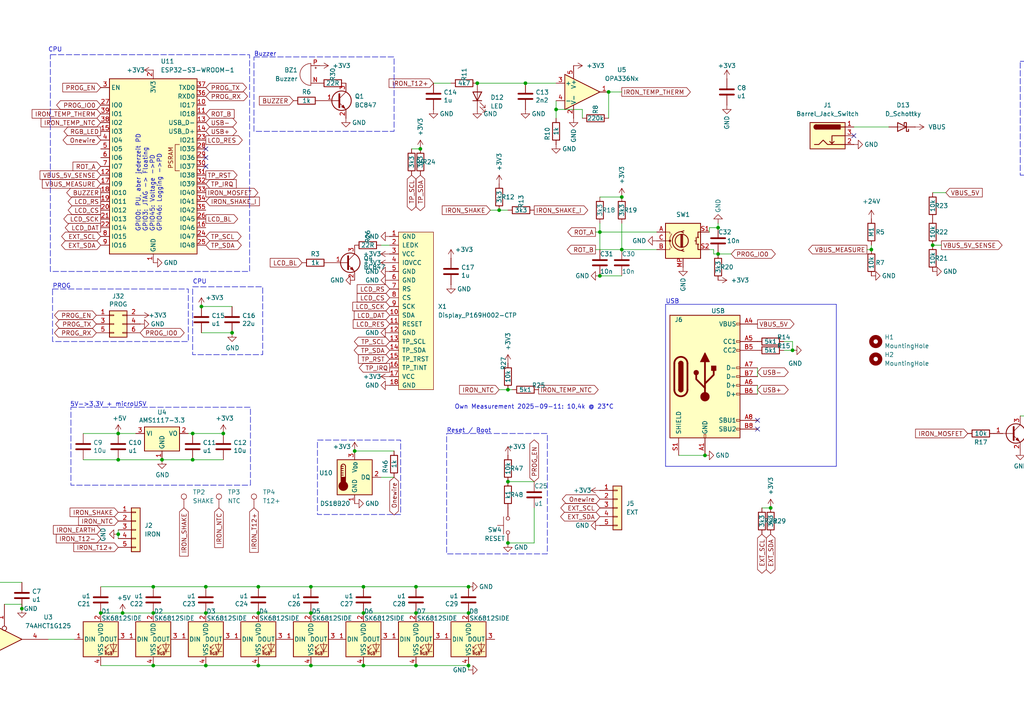
<source format=kicad_sch>
(kicad_sch (version 20250114) (generator "eeschema") (generator_version "9.0")
  (paper "A4")
  (rectangle (start 15.24 83.82) (end 54.61 99.06) (stroke (width 0) (type dash)))
  (rectangle (start 14.605 15.875) (end 72.39 78.74) (stroke (width 0) (type dash)))
  (rectangle (start 92.075 127.635) (end 116.205 149.225) (stroke (width 0) (type dash)))
  (rectangle (start 20.574 118.11) (end 72.644 140.716) (stroke (width 0) (type dash)))
  (rectangle (start 129.54 125.73) (end 158.75 160.655) (stroke (width 0) (type dash)))
  (rectangle (start 55.88 83.185) (end 76.2 102.87) (stroke (width 0) (type dash)))
  (rectangle (start 295.91 17.78) (end 398.78 50.8) (stroke (width 0) (type dash)))
  (rectangle (start 93.345 127.635) (end 93.345 127.635))
  (rectangle (start 73.66 16.51) (end 114.3 38.1) (stroke (width 0) (type dash)))
  (text "Own Measurement 2025-09-11: 10,4k @ 23°C" (at 154.94 118.11 0) (effects (font (size 1.27 1.27))))
  (text "CPU" (at 55.88 82.55 0) (effects (font (size 1.27 1.27)) (justify left bottom)))
  (text "5V->3,3V + microUSV" (at 20.32 118.11 0) (effects (font (size 1.27 1.27)) (justify left bottom)))
  (text "GPIO0: PU, aber jederzeit PD\nGPIO3: JTAG -> Floating\nGPIO45: Voltage ->PD\nGPIO46: Logging ->PD" (at 46.99 67.31 90) (effects (font (size 1.27 1.27)) (justify left bottom)))
  (text "CPU" (at 13.97 15.24 0) (effects (font (size 1.27 1.27)) (justify left bottom)))
  (text "PROG" (at 15.24 83.82 0) (effects (font (size 1.27 1.27)) (justify left bottom)))
  (text "Buzzer" (at 73.66 16.51 0) (effects (font (size 1.27 1.27)) (justify left bottom)))
  (text "USB" (at 193.04 88.265 0) (effects (font (size 1.27 1.27)) (justify left bottom)))
  (text "Reset / Boot" (at 129.54 125.73 0) (effects (font (size 1.27 1.27)) (justify left bottom)))
  (junction (at 44.45 170.18))
  (junction (at 180.34 72.39))
  (junction (at 372.11 25.4))
  (junction (at 135.89 177.8))
  (junction (at 34.29 133.35))
  (junction (at 144.78 60.96))
  (junction (at 417.83 86.36))
  (junction (at 229.87 101.6))
  (junction (at 34.29 125.73))
  (junction (at 223.52 147.32))
  (junction (at 330.2 125.73))
  (junction (at 59.69 170.18))
  (junction (at 105.41 193.04))
  (junction (at 59.69 177.8))
  (junction (at 135.89 193.04))
  (junction (at 320.04 128.27))
  (junction (at 417.83 81.28))
  (junction (at 90.17 177.8))
  (junction (at 35.56 177.8))
  (junction (at 320.04 120.65))
  (junction (at 173.99 80.01))
  (junction (at 320.04 102.87))
  (junction (at 64.77 125.73))
  (junction (at 307.34 27.94))
  (junction (at 46.99 133.35))
  (junction (at 372.11 48.26))
  (junction (at 102.87 130.81))
  (junction (at 147.32 139.7))
  (junction (at 74.93 177.8))
  (junction (at 417.83 68.58))
  (junction (at 402.59 106.68))
  (junction (at 360.68 33.02))
  (junction (at 330.2 102.87))
  (junction (at 270.51 71.12))
  (junction (at 44.45 177.8))
  (junction (at 382.27 25.4))
  (junction (at 59.69 193.04))
  (junction (at 120.65 193.04))
  (junction (at 58.42 88.9))
  (junction (at 161.29 31.75))
  (junction (at 6.35 176.53))
  (junction (at 74.93 193.04))
  (junction (at 34.29 154.94))
  (junction (at 67.31 96.52))
  (junction (at 252.73 72.39))
  (junction (at 152.4 24.13))
  (junction (at 121.92 43.18))
  (junction (at 29.21 177.8))
  (junction (at 368.3 48.26))
  (junction (at 307.34 40.64))
  (junction (at 332.74 125.73))
  (junction (at 302.26 27.94))
  (junction (at 368.3 25.4))
  (junction (at 74.93 170.18))
  (junction (at 325.12 40.64))
  (junction (at 90.17 170.18))
  (junction (at 427.99 68.58))
  (junction (at 176.53 26.67))
  (junction (at 208.28 73.66))
  (junction (at 320.04 111.76))
  (junction (at -3.81 168.91))
  (junction (at 347.98 25.4))
  (junction (at 373.38 25.4))
  (junction (at 90.17 193.04))
  (junction (at 105.41 177.8))
  (junction (at 180.34 57.15))
  (junction (at 55.88 133.35))
  (junction (at 55.88 125.73))
  (junction (at 44.45 193.04))
  (junction (at 173.99 67.31))
  (junction (at 360.68 25.4))
  (junction (at 105.41 170.18))
  (junction (at 147.32 157.48))
  (junction (at 138.43 24.13))
  (junction (at 368.3 33.02))
  (junction (at 135.89 170.18))
  (junction (at 147.32 113.03))
  (junction (at 120.65 177.8))
  (junction (at 120.65 170.18))
  (junction (at 204.47 132.08))
  (junction (at 208.28 66.04))
  (no_connect (at 314.96 33.02))
  (no_connect (at 219.71 121.92))
  (no_connect (at 450.85 81.28))
  (no_connect (at 59.69 43.18))
  (no_connect (at 59.69 48.26))
  (no_connect (at 59.69 45.72))
  (no_connect (at 417.83 99.06))
  (no_connect (at 417.83 96.52))
  (no_connect (at 219.71 124.46))
  (no_connect (at 247.65 39.37))
  (wire (pts (xy 74.93 170.18) (xy 90.17 170.18)))
  (wire (pts (xy 356.87 25.4) (xy 360.68 25.4)))
  (wire (pts (xy 307.34 27.94) (xy 307.34 26.67)))
  (wire (pts (xy 427.99 60.96) (xy 433.07 60.96)))
  (wire (pts (xy 138.43 24.13) (xy 152.4 24.13)))
  (wire (pts (xy 120.65 193.04) (xy 135.89 193.04)))
  (wire (pts (xy 176.53 26.67) (xy 176.53 34.29)))
  (wire (pts (xy 372.11 33.02) (xy 372.11 48.26)))
  (wire (pts (xy 382.27 33.02) (xy 382.27 48.26)))
  (wire (pts (xy 119.38 43.18) (xy 121.92 43.18)))
  (wire (pts (xy 58.42 96.52) (xy 67.31 96.52)))
  (wire (pts (xy 55.88 133.35) (xy 64.77 133.35)))
  (wire (pts (xy 135.89 193.04) (xy 135.89 194.31)))
  (wire (pts (xy 368.3 48.26) (xy 335.28 48.26)))
  (wire (pts (xy 420.37 81.28) (xy 420.37 86.36)))
  (wire (pts (xy 360.68 33.02) (xy 368.3 33.02)))
  (wire (pts (xy 24.13 125.73) (xy 34.29 125.73)))
  (wire (pts (xy 125.73 24.13) (xy 130.81 24.13)))
  (wire (pts (xy 34.29 133.35) (xy 46.99 133.35)))
  (polyline (pts (xy 193.04 88.265) (xy 242.57 88.265)))
  (wire (pts (xy 180.34 64.77) (xy 180.34 72.39)))
  (wire (pts (xy 154.94 139.7) (xy 147.32 139.7)))
  (wire (pts (xy 320.04 102.87) (xy 330.2 102.87)))
  (wire (pts (xy 173.99 64.77) (xy 173.99 67.31)))
  (wire (pts (xy 417.83 73.66) (xy 427.99 73.66)))
  (wire (pts (xy 368.3 25.4) (xy 372.11 25.4)))
  (wire (pts (xy 389.89 25.4) (xy 382.27 25.4)))
  (wire (pts (xy 229.87 99.06) (xy 229.87 101.6)))
  (wire (pts (xy 368.3 48.26) (xy 372.11 48.26)))
  (wire (pts (xy 173.99 80.01) (xy 180.34 80.01)))
  (wire (pts (xy 417.83 86.36) (xy 417.83 88.9)))
  (wire (pts (xy 332.74 125.73) (xy 335.28 125.73)))
  (wire (pts (xy 417.83 76.2) (xy 427.99 76.2)))
  (wire (pts (xy 147.32 157.48) (xy 154.94 157.48)))
  (wire (pts (xy 320.04 128.27) (xy 330.2 128.27)))
  (wire (pts (xy 302.26 40.64) (xy 307.34 40.64)))
  (wire (pts (xy 302.26 27.94) (xy 307.34 27.94)))
  (wire (pts (xy 229.87 101.6) (xy 227.33 101.6)))
  (wire (pts (xy 337.82 27.94) (xy 335.28 27.94)))
  (wire (pts (xy 270.51 71.12) (xy 273.05 71.12)))
  (wire (pts (xy 335.28 33.02) (xy 360.68 33.02)))
  (wire (pts (xy 105.41 170.18) (xy 120.65 170.18)))
  (wire (pts (xy 29.21 170.18) (xy 44.45 170.18)))
  (wire (pts (xy 44.45 170.18) (xy 59.69 170.18)))
  (wire (pts (xy 205.74 66.04) (xy 208.28 66.04)))
  (wire (pts (xy 59.69 177.8) (xy 74.93 177.8)))
  (wire (pts (xy 120.65 177.8) (xy 135.89 177.8)))
  (wire (pts (xy 295.91 120.65) (xy 320.04 120.65)))
  (wire (pts (xy 335.28 48.26) (xy 335.28 40.64)))
  (wire (pts (xy 142.24 60.96) (xy 144.78 60.96)))
  (wire (pts (xy 335.28 40.64) (xy 325.12 40.64)))
  (wire (pts (xy 307.34 27.94) (xy 314.96 27.94)))
  (wire (pts (xy 320.04 110.49) (xy 320.04 111.76)))
  (wire (pts (xy 29.21 193.04) (xy 44.45 193.04)))
  (wire (pts (xy 161.29 31.75) (xy 161.29 34.29)))
  (wire (pts (xy 173.99 67.31) (xy 173.99 72.39)))
  (wire (pts (xy 349.25 25.4) (xy 347.98 25.4)))
  (wire (pts (xy 74.93 177.8) (xy 90.17 177.8)))
  (wire (pts (xy 168.91 34.29) (xy 168.91 31.75)))
  (wire (pts (xy 307.34 116.84) (xy 307.34 111.76)))
  (wire (pts (xy 176.53 26.67) (xy 180.34 26.67)))
  (wire (pts (xy 337.82 20.32) (xy 347.98 20.32)))
  (wire (pts (xy 227.33 99.06) (xy 229.87 99.06)))
  (wire (pts (xy 90.17 170.18) (xy 105.41 170.18)))
  (wire (pts (xy 402.59 109.22) (xy 402.59 106.68)))
  (wire (pts (xy 325.12 40.64) (xy 325.12 44.45)))
  (wire (pts (xy 251.46 72.39) (xy 252.73 72.39)))
  (wire (pts (xy 394.97 106.68) (xy 402.59 106.68)))
  (wire (pts (xy 120.65 170.18) (xy 135.89 170.18)))
  (wire (pts (xy 347.98 25.4) (xy 347.98 30.48)))
  (wire (pts (xy 335.28 30.48) (xy 347.98 30.48)))
  (wire (pts (xy 372.11 25.4) (xy 373.38 25.4)))
  (wire (pts (xy 34.29 153.67) (xy 34.29 154.94)))
  (wire (pts (xy 247.65 36.83) (xy 257.81 36.83)))
  (wire (pts (xy 59.69 193.04) (xy 74.93 193.04)))
  (wire (pts (xy 208.28 64.77) (xy 208.28 66.04)))
  (wire (pts (xy 196.85 132.08) (xy 204.47 132.08)))
  (wire (pts (xy 307.34 29.21) (xy 307.34 27.94)))
  (polyline (pts (xy 193.04 88.265) (xy 193.04 135.255)))
  (wire (pts (xy 417.83 86.36) (xy 420.37 86.36)))
  (wire (pts (xy 59.69 170.18) (xy 74.93 170.18)))
  (wire (pts (xy 417.83 78.74) (xy 417.83 81.28)))
  (wire (pts (xy 307.34 128.27) (xy 320.04 128.27)))
  (wire (pts (xy 24.13 133.35) (xy 34.29 133.35)))
  (wire (pts (xy 270.51 55.88) (xy 274.32 55.88)))
  (wire (pts (xy 1.27 175.26) (xy 6.35 175.26)))
  (wire (pts (xy 330.2 125.73) (xy 332.74 125.73)))
  (wire (pts (xy 417.83 60.96) (xy 417.83 68.58)))
  (wire (pts (xy 208.28 73.66) (xy 212.09 73.66)))
  (wire (pts (xy 6.35 175.26) (xy 6.35 176.53)))
  (wire (pts (xy 360.68 25.4) (xy 368.3 25.4)))
  (wire (pts (xy 74.93 193.04) (xy 90.17 193.04)))
  (wire (pts (xy 322.58 120.65) (xy 320.04 120.65)))
  (wire (pts (xy 307.34 124.46) (xy 307.34 128.27)))
  (wire (pts (xy 252.73 71.12) (xy 252.73 72.39)))
  (wire (pts (xy 347.98 20.32) (xy 347.98 25.4)))
  (wire (pts (xy 154.94 157.48) (xy 154.94 147.32)))
  (wire (pts (xy 302.26 29.21) (xy 302.26 27.94)))
  (wire (pts (xy 34.29 154.94) (xy 34.29 156.21)))
  (wire (pts (xy 307.34 40.64) (xy 325.12 40.64)))
  (wire (pts (xy 205.74 72.39) (xy 207.01 72.39)))
  (wire (pts (xy 13.97 185.42) (xy 21.59 185.42)))
  (wire (pts (xy 207.01 73.66) (xy 208.28 73.66)))
  (wire (pts (xy 102.87 130.81) (xy 114.3 130.81)))
  (wire (pts (xy 105.41 193.04) (xy 120.65 193.04)))
  (wire (pts (xy 46.99 133.35) (xy 55.88 133.35)))
  (wire (pts (xy 152.4 24.13) (xy 161.29 24.13)))
  (wire (pts (xy 173.99 57.15) (xy 180.34 57.15)))
  (wire (pts (xy 302.26 36.83) (xy 302.26 40.64)))
  (wire (pts (xy 54.61 125.73) (xy 55.88 125.73)))
  (wire (pts (xy 172.72 72.39) (xy 180.34 72.39)))
  (wire (pts (xy 373.38 25.4) (xy 382.27 25.4)))
  (wire (pts (xy 172.72 67.31) (xy 173.99 67.31)))
  (wire (pts (xy 144.78 60.96) (xy 147.32 60.96)))
  (wire (pts (xy 190.5 67.31) (xy 173.99 67.31)))
  (wire (pts (xy 29.21 177.8) (xy 35.56 177.8)))
  (wire (pts (xy 417.83 81.28) (xy 417.83 83.82)))
  (wire (pts (xy 90.17 177.8) (xy 105.41 177.8)))
  (wire (pts (xy 330.2 102.87) (xy 330.2 115.57)))
  (wire (pts (xy 382.27 48.26) (xy 372.11 48.26)))
  (polyline (pts (xy 242.57 88.265) (xy 242.57 135.255)))
  (wire (pts (xy 35.56 177.8) (xy 44.45 177.8)))
  (wire (pts (xy 161.29 29.21) (xy 161.29 31.75)))
  (wire (pts (xy 144.78 113.03) (xy 147.32 113.03)))
  (wire (pts (xy 330.2 125.73) (xy 330.2 128.27)))
  (wire (pts (xy 205.74 66.04) (xy 205.74 67.31)))
  (wire (pts (xy 427.99 81.28) (xy 420.37 81.28)))
  (wire (pts (xy -3.81 168.91) (xy -3.81 175.26)))
  (wire (pts (xy 307.34 36.83) (xy 307.34 40.64)))
  (wire (pts (xy 219.71 111.76) (xy 219.71 114.3)))
  (wire (pts (xy 320.04 111.76) (xy 320.04 113.03)))
  (wire (pts (xy 161.29 31.75) (xy 168.91 31.75)))
  (wire (pts (xy 105.41 177.8) (xy 120.65 177.8)))
  (wire (pts (xy 44.45 177.8) (xy 59.69 177.8)))
  (wire (pts (xy 110.49 138.43) (xy 114.3 138.43)))
  (wire (pts (xy 90.17 193.04) (xy 105.41 193.04)))
  (wire (pts (xy 220.98 147.32) (xy 223.52 147.32)))
  (wire (pts (xy 325.12 40.64) (xy 325.12 38.1)))
  (wire (pts (xy 58.42 88.9) (xy 67.31 88.9)))
  (wire (pts (xy 110.49 71.12) (xy 113.03 71.12)))
  (wire (pts (xy 427.99 78.74) (xy 417.83 78.74)))
  (polyline (pts (xy 242.57 135.255) (xy 193.04 135.255)))
  (wire (pts (xy 6.35 168.91) (xy -3.81 168.91)))
  (wire (pts (xy 427.99 83.82) (xy 427.99 86.36)))
  (wire (pts (xy 307.34 111.76) (xy 320.04 111.76)))
  (wire (pts (xy 219.71 106.68) (xy 219.71 109.22)))
  (wire (pts (xy 180.34 72.39) (xy 190.5 72.39)))
  (wire (pts (xy 44.45 193.04) (xy 59.69 193.04)))
  (wire (pts (xy 39.37 125.73) (xy 34.29 125.73)))
  (wire (pts (xy 427.99 68.58) (xy 427.99 71.12)))
  (wire (pts (xy 147.32 113.03) (xy 148.59 113.03)))
  (wire (pts (xy 417.83 68.58) (xy 427.99 68.58)))
  (wire (pts (xy 207.01 72.39) (xy 207.01 73.66)))
  (wire (pts (xy 55.88 125.73) (xy 64.77 125.73)))
  (label "PSU_SW" (at 341.63 30.48 0))
  (label "FB" (at 336.55 33.02 0))
  (label "BOOT" (at 335.28 27.94 0))
  (global_label "TP_SDA" (shape bidirectional) (at 59.69 71.12 0) (property "Intersheetrefs" "${INTERSHEET_REFS}" (effects (hide yes))))
  (global_label "TP_SDA" (shape bidirectional) (at 450.85 68.58 0) (property "Intersheetrefs" "${INTERSHEET_REFS}" (effects (hide yes))))
  (global_label "Onewire" (shape bidirectional) (at 114.3 138.43 270) (property "Intersheetrefs" "${INTERSHEET_REFS}" (effects (hide yes))))
  (global_label "USB+" (shape bidirectional) (at 219.71 113.03 0) (property "Intersheetrefs" "${INTERSHEET_REFS}" (effects (hide yes))))
  (global_label "TP_SCL" (shape bidirectional) (at 59.69 68.58 0) (property "Intersheetrefs" "${INTERSHEET_REFS}" (effects (hide yes))))
  (global_label "IRON_T12+" (shape input) (at 34.29 158.75 180) (property "Intersheetrefs" "${INTERSHEET_REFS}" (effects (hide yes))))
  (global_label "IRON_NTC" (shape input) (at 144.78 113.03 180) (property "Intersheetrefs" "${INTERSHEET_REFS}" (effects (hide yes))))
  (global_label "LCD_DAT" (shape output) (at 29.21 66.04 180) (property "Intersheetrefs" "${INTERSHEET_REFS}" (effects (hide yes))))
  (global_label "PROG_IO0" (shape bidirectional) (at 29.21 30.48 180) (property "Intersheetrefs" "${INTERSHEET_REFS}" (effects (hide yes))))
  (global_label "IRON_NTC" (shape input) (at 34.29 151.13 180) (property "Intersheetrefs" "${INTERSHEET_REFS}" (effects (hide yes))))
  (global_label "TP_SDA" (shape bidirectional) (at 121.92 50.8 270) (property "Intersheetrefs" "${INTERSHEET_REFS}" (effects (hide yes))))
  (global_label "ROT_B" (shape input) (at 59.69 33.02 0) (property "Intersheetrefs" "${INTERSHEET_REFS}" (effects (hide yes))))
  (global_label "PROG_IO0" (shape bidirectional) (at 40.64 96.52 0) (property "Intersheetrefs" "${INTERSHEET_REFS}" (effects (hide yes))))
  (global_label "PROG_TX" (shape bidirectional) (at 27.94 93.98 180) (property "Intersheetrefs" "${INTERSHEET_REFS}" (effects (hide yes))))
  (global_label "EXT_SCL" (shape bidirectional) (at 29.21 68.58 180) (property "Intersheetrefs" "${INTERSHEET_REFS}" (effects (hide yes))))
  (global_label "TP_SCL" (shape bidirectional) (at 119.38 50.8 270) (property "Intersheetrefs" "${INTERSHEET_REFS}" (effects (hide yes))))
  (global_label "IRON_SHAKE_I" (shape output) (at 154.94 60.96 0) (property "Intersheetrefs" "${INTERSHEET_REFS}" (effects (hide yes))))
  (global_label "LCD_BL" (shape output) (at 59.69 63.5 0) (property "Intersheetrefs" "${INTERSHEET_REFS}" (effects (hide yes))))
  (global_label "LCD_RS" (shape input) (at 113.03 83.82 180) (property "Intersheetrefs" "${INTERSHEET_REFS}" (effects (hide yes))))
  (global_label "LCD_RS" (shape output) (at 29.21 58.42 180) (property "Intersheetrefs" "${INTERSHEET_REFS}" (effects (hide yes))))
  (global_label "IRON_SHAKE" (shape input) (at 142.24 60.96 180) (property "Intersheetrefs" "${INTERSHEET_REFS}" (effects (hide yes))))
  (global_label "TP_SDA" (shape bidirectional) (at 113.03 101.6 180) (property "Intersheetrefs" "${INTERSHEET_REFS}" (effects (hide yes))))
  (global_label "USB-" (shape bidirectional) (at 219.71 107.95 0) (property "Intersheetrefs" "${INTERSHEET_REFS}" (effects (hide yes))))
  (global_label "Onewire" (shape bidirectional) (at 29.21 40.64 180) (property "Intersheetrefs" "${INTERSHEET_REFS}" (effects (hide yes))))
  (global_label "Onewire" (shape bidirectional) (at 173.99 144.78 180) (property "Intersheetrefs" "${INTERSHEET_REFS}" (effects (hide yes))))
  (global_label "TP_IRQ" (shape input) (at 59.69 53.34 0) (property "Intersheetrefs" "${INTERSHEET_REFS}" (effects (hide yes))))
  (global_label "PROG_EN" (shape bidirectional) (at 27.94 91.44 180) (property "Intersheetrefs" "${INTERSHEET_REFS}" (effects (hide yes))))
  (global_label "USB+" (shape bidirectional) (at 59.69 38.1 0) (property "Intersheetrefs" "${INTERSHEET_REFS}" (effects (hide yes))))
  (global_label "RGB_LED" (shape input) (at -13.97 185.42 180) (property "Intersheetrefs" "${INTERSHEET_REFS}" (effects (hide yes))))
  (global_label "LCD_RES" (shape input) (at 113.03 93.98 180) (property "Intersheetrefs" "${INTERSHEET_REFS}" (effects (hide yes))))
  (global_label "EXT_SCL" (shape bidirectional) (at 220.98 154.94 270) (property "Intersheetrefs" "${INTERSHEET_REFS}" (effects (hide yes))))
  (global_label "VBUS_MEASURE" (shape input) (at 29.21 53.34 180) (property "Intersheetrefs" "${INTERSHEET_REFS}" (effects (hide yes))))
  (global_label "USB-" (shape bidirectional) (at 59.69 35.56 0) (property "Intersheetrefs" "${INTERSHEET_REFS}" (effects (hide yes))))
  (global_label "LCD_SCK" (shape output) (at 29.21 63.5 180) (property "Intersheetrefs" "${INTERSHEET_REFS}" (effects (hide yes))))
  (global_label "IRON_T12+" (shape input) (at 73.66 147.32 270) (property "Intersheetrefs" "${INTERSHEET_REFS}" (effects (hide yes))))
  (global_label "IRON_T12-" (shape input) (at 29.21 156.21 180) (property "Intersheetrefs" "${INTERSHEET_REFS}" (effects (hide yes))))
  (global_label "LCD_CS" (shape input) (at 113.03 86.36 180) (property "Intersheetrefs" "${INTERSHEET_REFS}" (effects (hide yes))))
  (global_label "IRON_SHAKE" (shape input) (at 53.34 147.32 270) (property "Intersheetrefs" "${INTERSHEET_REFS}" (effects (hide yes))))
  (global_label "PROG_TX" (shape bidirectional) (at 59.69 25.4 0) (property "Intersheetrefs" "${INTERSHEET_REFS}" (effects (hide yes))))
  (global_label "ROT_A" (shape input) (at 29.21 48.26 180) (property "Intersheetrefs" "${INTERSHEET_REFS}" (effects (hide yes))))
  (global_label "EXT_SDA" (shape bidirectional) (at 173.99 149.86 180) (property "Intersheetrefs" "${INTERSHEET_REFS}" (effects (hide yes))))
  (global_label "EXT_SDA" (shape bidirectional) (at 29.21 71.12 180) (property "Intersheetrefs" "${INTERSHEET_REFS}" (effects (hide yes))))
  (global_label "PROG_EN" (shape bidirectional) (at 154.94 139.7 90) (property "Intersheetrefs" "${INTERSHEET_REFS}" (effects (hide yes))))
  (global_label "PROG_EN" (shape input) (at 29.21 25.4 180) (property "Intersheetrefs" "${INTERSHEET_REFS}" (effects (hide yes))))
  (global_label "LCD_BL" (shape input) (at 87.63 76.2 180) (property "Intersheetrefs" "${INTERSHEET_REFS}" (effects (hide yes))))
  (global_label "IRON_SHAKE_I" (shape input) (at 59.69 58.42 0) (property "Intersheetrefs" "${INTERSHEET_REFS}" (effects (hide yes))))
  (global_label "IRON_MOSFET" (shape input) (at 280.67 125.73 180) (property "Intersheetrefs" "${INTERSHEET_REFS}" (effects (hide yes))))
  (global_label "VBUS_5V_SENSE" (shape input) (at 29.21 50.8 180) (property "Intersheetrefs" "${INTERSHEET_REFS}" (effects (hide yes))))
  (global_label "LCD_CS" (shape output) (at 29.21 60.96 180) (property "Intersheetrefs" "${INTERSHEET_REFS}" (effects (hide yes))))
  (global_label "IRON_TEMP_NTC" (shape output) (at 156.21 113.03 0) (property "Intersheetrefs" "${INTERSHEET_REFS}" (effects (hide yes))))
  (global_label "IRON_TEMP_NTC" (shape input) (at 29.21 35.56 180) (property "Intersheetrefs" "${INTERSHEET_REFS}" (effects (hide yes))))
  (global_label "IRON_T12+" (shape input) (at 125.73 24.13 180) (property "Intersheetrefs" "${INTERSHEET_REFS}" (effects (hide yes))))
  (global_label "IRON_TEMP_THERM" (shape input) (at 29.21 33.02 180) (property "Intersheetrefs" "${INTERSHEET_REFS}" (effects (hide yes))))
  (global_label "TP_RST" (shape output) (at 59.69 50.8 0) (property "Intersheetrefs" "${INTERSHEET_REFS}" (effects (hide yes))))
  (global_label "IRON_NTC" (shape input) (at 63.5 147.32 270) (property "Intersheetrefs" "${INTERSHEET_REFS}" (effects (hide yes))))
  (global_label "IRON_TEMP_THERM" (shape output) (at 180.34 26.67 0) (property "Intersheetrefs" "${INTERSHEET_REFS}" (effects (hide yes))))
  (global_label "ROT_A" (shape output) (at 172.72 67.31 180) (property "Intersheetrefs" "${INTERSHEET_REFS}" (effects (hide yes))))
  (global_label "VBUS_MEASURE" (shape output) (at 251.46 72.39 180) (property "Intersheetrefs" "${INTERSHEET_REFS}" (effects (hide yes))))
  (global_label "TP_IRQ" (shape output) (at 113.03 106.68 180) (property "Intersheetrefs" "${INTERSHEET_REFS}" (effects (hide yes))))
  (global_label "LCD_RES" (shape output) (at 59.69 40.64 0) (property "Intersheetrefs" "${INTERSHEET_REFS}" (effects (hide yes))))
  (global_label "TP_RST" (shape input) (at 113.03 104.14 180) (property "Intersheetrefs" "${INTERSHEET_REFS}" (effects (hide yes))))
  (global_label "IRON_SHAKE" (shape input) (at 34.29 148.59 180) (property "Intersheetrefs" "${INTERSHEET_REFS}" (effects (hide yes))))
  (global_label "PROG_RX" (shape bidirectional) (at 59.69 27.94 0) (property "Intersheetrefs" "${INTERSHEET_REFS}" (effects (hide yes))))
  (global_label "TP_SCL" (shape bidirectional) (at 113.03 99.06 180) (property "Intersheetrefs" "${INTERSHEET_REFS}" (effects (hide yes))))
  (global_label "RGB_LED" (shape output) (at 29.21 38.1 180) (property "Intersheetrefs" "${INTERSHEET_REFS}" (effects (hide yes))))
  (global_label "BUZZER" (shape input) (at 85.09 29.21 180) (property "Intersheetrefs" "${INTERSHEET_REFS}" (effects (hide yes))))
  (global_label "PROG_RX" (shape bidirectional) (at 27.94 96.52 180) (property "Intersheetrefs" "${INTERSHEET_REFS}" (effects (hide yes))))
  (global_label "PROG_IO0" (shape bidirectional) (at 212.09 73.66 0) (property "Intersheetrefs" "${INTERSHEET_REFS}" (effects (hide yes))))
  (global_label "LCD_DAT" (shape input) (at 113.03 91.44 180) (property "Intersheetrefs" "${INTERSHEET_REFS}" (effects (hide yes))))
  (global_label "IRON_EARTH" (shape input) (at 29.21 153.67 180) (property "Intersheetrefs" "${INTERSHEET_REFS}" (effects (hide yes))))
  (global_label "ROT_B" (shape output) (at 172.72 72.39 180) (property "Intersheetrefs" "${INTERSHEET_REFS}" (effects (hide yes))))
  (global_label "VBUS_5V" (shape output) (at 219.71 93.98 0) (property "Intersheetrefs" "${INTERSHEET_REFS}" (effects (hide yes))))
  (global_label "IRON_MOSFET" (shape output) (at 59.69 55.88 0) (property "Intersheetrefs" "${INTERSHEET_REFS}" (effects (hide yes))))
  (global_label "IRON_T12+" (shape input) (at 330.2 128.27 0) (property "Intersheetrefs" "${INTERSHEET_REFS}" (effects (hide yes))))
  (global_label "LCD_SCK" (shape input) (at 113.03 88.9 180) (property "Intersheetrefs" "${INTERSHEET_REFS}" (effects (hide yes))))
  (global_label "VBUS_5V_SENSE" (shape output) (at 273.05 71.12 0) (property "Intersheetrefs" "${INTERSHEET_REFS}" (effects (hide yes))))
  (global_label "BUZZER" (shape output) (at 29.21 55.88 180) (property "Intersheetrefs" "${INTERSHEET_REFS}" (effects (hide yes))))
  (global_label "EXT_SCL" (shape bidirectional) (at 173.99 147.32 180) (property "Intersheetrefs" "${INTERSHEET_REFS}" (effects (hide yes))))
  (global_label "TP_SCL" (shape bidirectional) (at 450.85 71.12 0) (property "Intersheetrefs" "${INTERSHEET_REFS}" (effects (hide yes))))
  (global_label "EXT_SDA" (shape bidirectional) (at 223.52 154.94 270) (property "Intersheetrefs" "${INTERSHEET_REFS}" (effects (hide yes))))
  (global_label "VBUS_5V" (shape input) (at 274.32 55.88 0) (property "Intersheetrefs" "${INTERSHEET_REFS}" (effects (hide yes))))
  (symbol (lib_id "power:+3V3") (at 64.77 125.73 0) (unit 1)
    (property "Reference" "#PWR014" (effects (hide yes)))
    (property "Value" "+3V3" (at 65.151 121.3358 0))
    (property "Description" "Power symbol creates a global label with name \"+3V3\"" (effects (hide yes)))
  )
  (symbol (lib_id "power:GND") (at 46.99 133.35 0) (unit 1)
    (property "Reference" "#PWR013" (effects (hide yes)))
    (property "Value" "GND" (at 47.117 137.7442 0))
    (property "Description" "Power symbol creates a global label with name \"GND\" , ground" (effects (hide yes)))
  )
  (symbol (lib_id "power:+5V") (at 34.29 125.73 0) (unit 1)
    (property "Reference" "#PWR012" (effects (hide yes)))
    (property "Value" "+5V" (at 34.671 121.3358 0))
    (property "Description" "Power symbol creates a global label with name \"+5V\"" (effects (hide yes)))
  )
  (symbol (lib_id "Regulator_Linear:AMS1117-3.3") (at 46.99 125.73 0) (unit 1)
    (property "Reference" "U4" (at 46.99 119.5832 0))
    (property "Value" "AMS1117-3.3" (at 46.99 121.8946 0))
    (property "Footprint" "liebler_SEMICONDUCTORS:SOT-223-3_TabPin2_HANDSOLDER" (effects (hide yes)))
    (property "Datasheet" "http://www.advanced-monolithic.com/pdf/ds1117.pdf" (effects (hide yes)))
    (property "Description" "1A Low Dropout regulator, positive, 3.3V fixed output, SOT-223" (effects (hide yes)))
  )
  (symbol (lib_id "Device:R") (at 161.29 38.1 180) (unit 1)
    (property "Reference" "R10" (at 158.75 36.83 90) (effects (justify left)))
    (property "Value" "1k" (at 161.29 36.83 90) (effects (justify left)))
    (property "Footprint" "Resistor_SMD:R_0201_0603Metric" (effects (hide yes)))
  )
  (symbol (lib_id "Switch:SW_Push") (at 147.32 152.4 90) (mirror x) (unit 1)
    (property "Reference" "SW4" (at 143.51 153.67 90))
    (property "Value" "RESET" (at 143.51 156.21 90))
    (property "Footprint" "liebler_MECH:Button_2x4x3,5_handsolder" (effects (hide yes)))
  )
  (symbol (lib_id "power:VBUS") (at 417.83 53.34 0) (unit 1)
    (property "Reference" "#PWR01" (effects (hide yes)))
    (property "Value" "VBUS" (at 417.83 48.26 0))
    (property "Description" "Power symbol creates a global label with name \"VBUS\"" (effects (hide yes)))
  )
  (symbol (lib_id "power:GND") (at 67.31 96.52 0) (unit 1)
    (property "Reference" "#PWR06" (effects (hide yes)))
    (property "Value" "GND" (at 67.437 100.9142 0))
    (property "Description" "Power symbol creates a global label with name \"GND\" , ground" (effects (hide yes)))
  )
  (symbol (lib_id "Device:R") (at 450.85 102.87 180) (unit 1)
    (property "Reference" "R33" (at 449.072 104.0384 0) (effects (justify left)))
    (property "Value" "10k" (at 450.85 100.33 90) (effects (justify left)))
    (property "Footprint" "Resistor_SMD:R_0201_0603Metric" (effects (hide yes)))
    (property "MPN" "0201WMF1002TEE" (effects (hide yes)))
    (property "Manufacturer" "UNI-ROYAL(Uniroyal Elec)" (effects (hide yes)))
  )
  (symbol (lib_id "Mechanical:MountingHole") (at 254 104.14 0) (unit 1) (in_bom no)
    (property "Reference" "H2" (at 256.54 102.8699 0) (effects (justify left)))
    (property "Value" "MountingHole" (at 256.54 105.4099 0) (effects (justify left)))
    (property "Footprint" "MountingHole:MountingHole_3.2mm_M3" (effects (hide yes)))
    (property "Description" "Mounting Hole without connection" (effects (hide yes)))
  )
  (symbol (lib_id "Device:C") (at 6.35 172.72 0) (unit 1)
    (property "Reference" "C7" (at 9.271 171.5516 0) (effects (justify left)))
    (property "Value" "u1" (at 9.271 173.863 0) (effects (justify left)))
    (property "Footprint" "Capacitor_SMD:C_0201_0603Metric" (effects (hide yes)))
  )
  (symbol (lib_id "power:+24V") (at 302.26 27.94 0) (unit 1)
    (property "Reference" "#PWR062" (effects (hide yes)))
    (property "Value" "+24V" (at 302.26 22.86 0))
    (property "Description" "Power symbol creates a global label with name \"+24V\"" (effects (hide yes)))
  )
  (symbol (lib_id "Device:R") (at 220.98 151.13 180) (unit 1)
    (property "Reference" "R28" (at 223.52 151.13 0))
    (property "Value" "3k3" (at 220.98 151.13 90))
    (property "Footprint" "Resistor_SMD:R_0201_0603Metric" (effects (hide yes)))
  )
  (symbol (lib_id "power:+3V3") (at 113.03 76.2 90) (unit 1)
    (property "Reference" "#PWR047" (effects (hide yes)))
    (property "Value" "+3V3" (at 107.95 76.2 90))
  )
  (symbol (lib_id "Device:C") (at 180.34 76.2 0) (unit 1)
    (property "Reference" "C30" (at 180.34 73.66 0) (effects (justify left)))
    (property "Value" "10n" (at 180.34 78.74 0) (effects (justify left)))
    (property "Footprint" "Capacitor_SMD:C_0201_0603Metric" (effects (hide yes)))
  )
  (symbol (lib_id "power:+5V") (at 35.56 177.8 0) (unit 1)
    (property "Reference" "#PWR010" (effects (hide yes)))
    (property "Value" "+5V" (at 35.941 173.4058 0))
    (property "Description" "Power symbol creates a global label with name \"+5V\"" (effects (hide yes)))
  )
  (symbol (lib_id "Device:C") (at 154.94 143.51 0) (unit 1)
    (property "Reference" "C25" (at 154.94 140.97 0) (effects (justify left)))
    (property "Value" "u1" (at 154.94 146.05 0) (effects (justify left)))
    (property "Footprint" "Capacitor_SMD:C_0201_0603Metric" (effects (hide yes)))
  )
  (symbol (lib_id "power:+3V3") (at 113.03 73.66 90) (unit 1)
    (property "Reference" "#PWR040" (effects (hide yes)))
    (property "Value" "+3V3" (at 107.95 73.66 90))
  )
  (symbol (lib_id "liebler_MECH:Buzzer") (at 90.17 21.59 0) (mirror y) (unit 1)
    (property "Reference" "BZ1" (at 86.36 20.32 0) (effects (justify left)))
    (property "Value" "Buzzer" (at 86.36 22.86 0) (effects (justify left)))
    (property "Footprint" "liebler_MECH:XDCR_CMT-7525-80-SMT-TR_handsolder" (effects (hide yes)))
  )
  (symbol (lib_id "Device:C") (at 34.29 129.54 0) (unit 1)
    (property "Reference" "C10" (at 37.211 128.3716 0) (effects (justify left)))
    (property "Value" "u1" (at 37.211 130.683 0) (effects (justify left)))
    (property "Footprint" "Capacitor_SMD:C_0201_0603Metric" (effects (hide yes)))
  )
  (symbol (lib_id "power:GND") (at 113.03 81.28 270) (unit 1)
    (property "Reference" "#PWR051" (effects (hide yes)))
    (property "Value" "GND" (at 107.95 81.28 90))
    (property "Description" "Power symbol creates a global label with name \"GND\" , ground" (effects (hide yes)))
  )
  (symbol (lib_id "power:GND") (at 44.45 76.2 90) (unit 1)
    (property "Reference" "#PWR086" (effects (hide yes)))
    (property "Value" "GND" (at 49.53 76.2 90))
    (property "Description" "Power symbol creates a global label with name \"GND\" , ground" (effects (hide yes)))
  )
  (symbol (lib_id "power:GND") (at 210.82 30.48 0) (unit 1)
    (property "Reference" "#PWR02" (effects (hide yes)))
    (property "Value" "GND" (at 210.82 35.56 90))
  )
  (symbol (lib_id "Device:C") (at 29.21 173.99 180) (unit 1)
    (property "Reference" "C21" (at 26.289 175.1584 0) (effects (justify left)))
    (property "Value" "u1" (at 26.289 172.847 0) (effects (justify left)))
    (property "Footprint" "Capacitor_SMD:C_0201_0603Metric" (effects (hide yes)))
  )
  (symbol (lib_id "Connector_Generic:Conn_01x05") (at 179.07 147.32 0) (unit 1)
    (property "Reference" "J5" (at 181.61 146.0499 0) (effects (justify left)))
    (property "Value" "EXT" (at 181.61 148.5899 0) (effects (justify left)))
    (property "Footprint" "Connector_PinHeader_2.54mm:PinHeader_1x05_P2.54mm_Vertical" (effects (hide yes)))
    (property "Description" "Generic connector, single row, 01x05, script generated (kicad-library-utils/schlib/autogen/connector/)" (effects (hide yes)))
  )
  (symbol (lib_id "power:GND") (at 173.99 152.4 270) (unit 1)
    (property "Reference" "#PWR063" (effects (hide yes)))
    (property "Value" "GND" (at 168.91 152.4 90))
    (property "Description" "Power symbol creates a global label with name \"GND\" , ground" (effects (hide yes)))
  )
  (symbol (lib_id "Device:C") (at 90.17 173.99 180) (unit 1)
    (property "Reference" "C26" (at 87.249 175.1584 0) (effects (justify left)))
    (property "Value" "u1" (at 87.249 172.847 0) (effects (justify left)))
    (property "Footprint" "Capacitor_SMD:C_0201_0603Metric" (effects (hide yes)))
  )
  (symbol (lib_id "liebler_OPTO:SK6812SIDE") (at 74.93 185.42 0) (unit 1)
    (property "Reference" "D4" (at 76.454 177.292 0))
    (property "Value" "SK6812SIDE" (at 81.026 179.324 0))
    (property "Footprint" "liebler_OPTO:SK6812_SIDE_A" (effects (hide yes)))
    (property "Datasheet" "https://www.ledlightinghut.com/files/SK6812SIDE-A-001.pdf" (effects (hide yes)))
  )
  (symbol (lib_id "Device:C") (at 173.99 76.2 0) (unit 1)
    (property "Reference" "C31" (at 173.99 73.66 0) (effects (justify left)))
    (property "Value" "10n" (at 173.99 78.74 0) (effects (justify left)))
    (property "Footprint" "Capacitor_SMD:C_0201_0603Metric" (effects (hide yes)))
  )
  (symbol (lib_id "Amplifier_Operational:OPA336Nx") (at 168.91 26.67 0) (unit 1)
    (property "Reference" "U5" (at 180.34 20.2498 0))
    (property "Value" "OPA336Nx" (at 180.34 22.7898 0))
    (property "Footprint" "Package_TO_SOT_SMD:SOT-23-5" (effects (hide yes)))
    (property "Datasheet" "https://www.ti.com/lit/ds/symlink/opa2336.pdf" (effects (hide yes)))
    (property "Description" "100 KHz, microPower CMOS, Op Amps, SOT-23-5" (effects (hide yes)))
  )
  (symbol (lib_id "Sensor_Temperature:DS18B20") (at 102.87 138.43 0) (unit 1)
    (property "Reference" "U10" (at 96.52 137.16 0) (effects (justify right)))
    (property "Value" "DS18B20" (at 101.6 146.05 0) (effects (justify right)))
    (property "Footprint" "Package_TO_SOT_THT:TO-92L_HandSolder" (effects (hide yes)))
    (property "Datasheet" "http://datasheets.maximintegrated.com/en/ds/DS18B20.pdf" (effects (hide yes)))
    (property "Description" "Programmable Resolution 1-Wire Digital Thermometer TO-92" (effects (hide yes)))
  )
  (symbol (lib_id "Device:R") (at 152.4 113.03 90) (unit 1)
    (property "Reference" "R25" (at 156.21 111.76 90))
    (property "Value" "5k1" (at 152.4 113.03 90))
    (property "Footprint" "Resistor_SMD:R_0201_0603Metric" (effects (hide yes)))
  )
  (symbol (lib_id "power:+3V3") (at 102.87 130.81 0) (unit 1)
    (property "Reference" "#PWR082" (effects (hide yes)))
    (property "Value" "+3V3" (at 96.52 129.54 0) (effects (justify left)))
    (property "Description" "Power symbol creates a global label with name \"+3V3\"" (effects (hide yes)))
  )
  (symbol (lib_id "liebler_OPTO:Display_P169H002-CTP") (at 120.65 90.17 0) (unit 1)
    (property "Reference" "X1" (at 127 88.8999 0) (effects (justify left)))
    (property "Value" "Display_P169H002-CTP" (at 127 91.4399 0) (effects (justify left)))
    (property "Footprint" "liebler_OPTO:Display_P169H002-CTP" (effects (hide yes)))
  )
  (symbol (lib_id "power:+24V") (at 354.33 92.71 270) (unit 1)
    (property "Reference" "#PWR061" (effects (hide yes)))
    (property "Value" "+24V" (at 358.14 92.7099 90) (effects (justify left)))
    (property "Description" "Power symbol creates a global label with name \"+24V\"" (effects (hide yes)))
  )
  (symbol (lib_id "Device:C") (at 208.28 69.85 0) (unit 1)
    (property "Reference" "C32" (at 208.28 67.31 0) (effects (justify left)))
    (property "Value" "10n" (at 210.82 69.85 0) (effects (justify left)))
    (property "Footprint" "Capacitor_SMD:C_0201_0603Metric" (effects (hide yes)))
  )
  (symbol (lib_id "Device:C") (at 302.26 33.02 180) (unit 1)
    (property "Reference" "C1" (at 303.53 30.48 0))
    (property "Value" "u1/35V" (at 302.26 35.814 0))
    (property "Footprint" "Capacitor_SMD:C_0805_2012Metric" (effects (hide yes)))
    (property "MPN" "CC0603KRX7R9BB104" (effects (hide yes)))
    (property "Manufacturer" "YAGEO" (effects (hide yes)))
  )
  (symbol (lib_id "power:GND") (at 270.51 78.74 90) (unit 1)
    (property "Reference" "#PWR016" (effects (hide yes)))
    (property "Value" "GND" (at 275.59 78.74 90))
  )
  (symbol (lib_id "Device:R") (at 223.52 99.06 90) (unit 1)
    (property "Reference" "R14" (at 227.33 97.79 90))
    (property "Value" "5k1" (at 223.52 99.06 90))
    (property "Footprint" "Resistor_SMD:R_0201_0603Metric" (effects (hide yes)))
  )
  (symbol (lib_id "Device:R") (at 91.44 76.2 270) (unit 1)
    (property "Reference" "R3" (at 91.44 73.66 90))
    (property "Value" "1k" (at 91.44 76.2 90))
    (property "Footprint" "Resistor_SMD:R_0201_0603Metric" (effects (hide yes)))
  )
  (symbol (lib_id "power:GND") (at 190.5 69.85 270) (unit 1)
    (property "Reference" "#PWR03" (effects (hide yes)))
    (property "Value" "GND" (at 185.42 69.85 90))
  )
  (symbol (lib_id "Device:R") (at 270.51 74.93 180) (unit 1)
    (property "Reference" "R21" (at 273.05 74.93 0))
    (property "Value" "10k" (at 270.51 74.93 90))
    (property "Footprint" "Resistor_SMD:R_0201_0603Metric" (effects (hide yes)))
  )
  (symbol (lib_id "Device:R") (at 151.13 60.96 270) (unit 1)
    (property "Reference" "R13" (at 151.13 58.42 0))
    (property "Value" "3k3" (at 151.13 60.96 90))
    (property "Footprint" "Resistor_SMD:R_0201_0603Metric" (effects (hide yes)))
  )
  (symbol (lib_id "Device:R") (at 252.73 76.2 180) (unit 1)
    (property "Reference" "R7" (at 255.27 76.2 0))
    (property "Value" "10k" (at 252.73 76.2 90))
    (property "Footprint" "Resistor_SMD:R_0201_0603Metric" (effects (hide yes)))
  )
  (symbol (lib_id "Device:R") (at 368.3 36.83 180) (unit 1)
    (property "Reference" "R1" (at 366.522 37.9984 0) (effects (justify left)))
    (property "Value" "10k" (at 368.3 34.29 90) (effects (justify left)))
    (property "Footprint" "Resistor_SMD:R_0201_0603Metric" (effects (hide yes)))
    (property "MPN" "0201WMF1002TEE" (effects (hide yes)))
    (property "Manufacturer" "UNI-ROYAL(Uniroyal Elec)" (effects (hide yes)))
  )
  (symbol (lib_id "power:+24V") (at 252.73 63.5 0) (unit 1)
    (property "Reference" "#PWR019" (effects (hide yes)))
    (property "Value" "+24V" (at 252.73 58.42 0))
    (property "Description" "Power symbol creates a global label with name \"+24V\"" (effects (hide yes)))
  )
  (symbol (lib_id "Device:C") (at 44.45 173.99 180) (unit 1)
    (property "Reference" "C22" (at 41.529 175.1584 0) (effects (justify left)))
    (property "Value" "u1" (at 41.529 172.847 0) (effects (justify left)))
    (property "Footprint" "Capacitor_SMD:C_0201_0603Metric" (effects (hide yes)))
  )
  (symbol (lib_id "power:+3V3") (at 58.42 88.9 0) (unit 1)
    (property "Reference" "#PWR05" (effects (hide yes)))
    (property "Value" "+3V3" (at 62.23 86.36 0))
    (property "Description" "Power symbol creates a global label with name \"+3V3\"" (effects (hide yes)))
  )
  (symbol (lib_id "Device:R") (at 96.52 24.13 90) (mirror x) (unit 1)
    (property "Reference" "R30" (at 96.52 21.59 0))
    (property "Value" "22R" (at 96.52 24.13 90))
    (property "Footprint" "Resistor_SMD:R_0805_2012Metric_Pad1.20x1.40mm_HandSolder" (effects (hide yes)))
  )
  (symbol (lib_id "Device:C") (at 152.4 27.94 0) (unit 1)
    (property "Reference" "C13" (at 155.321 26.7716 0) (effects (justify left)))
    (property "Value" "2n2" (at 155.321 29.083 0) (effects (justify left)))
    (property "Footprint" "Capacitor_SMD:C_0201_0603Metric" (effects (hide yes)))
  )
  (symbol (lib_id "power:+3V3") (at 147.32 132.08 0) (unit 1)
    (property "Reference" "#PWR084" (effects (hide yes)))
    (property "Value" "+3V3" (at 149.86 129.54 0))
    (property "Description" "Power symbol creates a global label with name \"+3V3\"" (effects (hide yes)))
  )
  (symbol (lib_id "74xGxx:74AHCT1G125") (at 1.27 185.42 0) (unit 1)
    (property "Reference" "U3" (at 13.97 178.9998 0))
    (property "Value" "74AHCT1G125" (at 13.97 181.5398 0))
    (property "Footprint" "Package_TO_SOT_SMD:SOT-353_SC-70-5_Handsoldering" (effects (hide yes)))
    (property "Datasheet" "http://www.ti.com/lit/sg/scyt129e/scyt129e.pdf" (effects (hide yes)))
    (property "Description" "Single Buffer Gate Tri-State, Low-Voltage CMOS" (effects (hide yes)))
  )
  (symbol (lib_id "Transistor_FET:Q_PMOS_GDS") (at 327.66 120.65 0) (unit 1)
    (property "Reference" "Q2" (at 334.01 119.3799 0) (effects (justify left)))
    (property "Value" "Q_PMOS_GDS" (at 334.01 121.9199 0) (effects (justify left)))
    (property "Footprint" "Package_DFN_QFN:PQFN-8-EP_6x5mm_P1.27mm_Generic" (effects (hide yes)))
    (property "Description" "P-MOSFET transistor, gate/drain/source" (effects (hide yes)))
  )
  (symbol (lib_id "Device:R") (at 180.34 60.96 180) (unit 1)
    (property "Reference" "R19" (at 182.88 60.96 0))
    (property "Value" "3k3" (at 180.34 60.96 90))
    (property "Footprint" "Resistor_SMD:R_0201_0603Metric" (effects (hide yes)))
  )
  (symbol (lib_id "power:GND") (at 152.4 31.75 0) (unit 1)
    (property "Reference" "#PWR027" (effects (hide yes)))
    (property "Value" "GND" (at 156.21 33.02 0))
  )
  (symbol (lib_id "Device:R") (at 320.04 116.84 180) (unit 1)
    (property "Reference" "R16" (at 323.85 113.03 0) (effects (justify left)))
    (property "Value" "1k" (at 320.04 115.57 90) (effects (justify left)))
    (property "Footprint" "Resistor_SMD:R_0805_2012Metric" (effects (hide yes)))
  )
  (symbol (lib_id "Device:C") (at 130.81 78.74 0) (unit 1)
    (property "Reference" "C17" (at 133.731 77.5716 0) (effects (justify left)))
    (property "Value" "1u" (at 133.731 79.883 0) (effects (justify left)))
    (property "Footprint" "Resistor_SMD:R_0402_1005Metric" (effects (hide yes)))
    (property "Description" "C307413" (effects (hide yes)))
  )
  (symbol (lib_id "Device:D_Schottky") (at 320.04 106.68 90) (unit 1)
    (property "Reference" "D10" (at 322.58 105.7274 90) (effects (justify right)))
    (property "Value" "~" (at 322.58 108.2674 90) (effects (justify right)))
    (property "Footprint" "liebler_SEMICONDUCTORS:D_SOD-123_handsolder" (effects (hide yes)))
    (property "Description" "C382948" (effects (hide yes)))
  )
  (symbol (lib_id "power:GND") (at 6.35 176.53 0) (unit 1)
    (property "Reference" "#PWR043" (effects (hide yes)))
    (property "Value" "GND" (at 8.89 176.53 0))
    (property "Description" "Power symbol creates a global label with name \"GND\" , ground" (effects (hide yes)))
  )
  (symbol (lib_id "Device:R") (at 121.92 46.99 180) (unit 1)
    (property "Reference" "R24" (at 124.46 46.99 0))
    (property "Value" "3k3" (at 121.92 46.99 90))
    (property "Footprint" "Resistor_SMD:R_0201_0603Metric" (effects (hide yes)))
  )
  (symbol (lib_id "Device:R") (at 450.85 95.25 180) (unit 1)
    (property "Reference" "R32" (at 449.072 96.4184 0) (effects (justify left)))
    (property "Value" "10k" (at 450.85 92.71 90) (effects (justify left)))
    (property "Footprint" "Resistor_SMD:R_0201_0603Metric" (effects (hide yes)))
    (property "MPN" "0201WMF1002TEE" (effects (hide yes)))
    (property "Manufacturer" "UNI-ROYAL(Uniroyal Elec)" (effects (hide yes)))
  )
  (symbol (lib_id "Device:C") (at 372.11 29.21 0) (unit 1)
    (property "Reference" "C5" (at 375.031 28.0416 0) (effects (justify left)))
    (property "Value" "22u" (at 375.031 30.353 0) (effects (justify left)))
    (property "Footprint" "Resistor_SMD:R_0805_2012Metric_Pad1.20x1.40mm_HandSolder" (effects (hide yes)))
    (property "MPN" "CL10A226MP8NUNE" (effects (hide yes)))
    (property "Manufacturer" "Samsung Electro-Mechanics" (effects (hide yes)))
  )
  (symbol (lib_id "Connector:TestPoint") (at 320.04 102.87 0) (unit 1)
    (property "Reference" "TP1" (at 322.58 98.2979 0) (effects (justify left)))
    (property "Value" "T24V" (at 322.58 100.8379 0) (effects (justify left)))
    (property "Footprint" "TestPoint:TestPoint_THTPad_D1.5mm_Drill0.7mm" (effects (hide yes)))
    (property "Description" "test point" (effects (hide yes)))
  )
  (symbol (lib_id "power:GND") (at 102.87 81.28 270) (unit 1)
    (property "Reference" "#PWR055" (effects (hide yes)))
    (property "Value" "GND" (at 97.79 81.28 90))
  )
  (symbol (lib_id "power:+3V3") (at 223.52 147.32 0) (unit 1)
    (property "Reference" "#PWR065" (effects (hide yes)))
    (property "Value" "+3V3" (at 223.52 140.97 90))
  )
  (symbol (lib_id "Device:R") (at 147.32 109.22 180) (unit 1)
    (property "Reference" "R27" (at 146.05 105.41 90))
    (property "Value" "10k" (at 147.32 109.22 90))
    (property "Footprint" "Resistor_SMD:R_0201_0603Metric" (effects (hide yes)))
  )
  (symbol (lib_id "power:GND") (at 229.87 101.6 90) (unit 1)
    (property "Reference" "#PWR035" (effects (hide yes)))
    (property "Value" "GND" (at 228.6 105.41 90) (effects (justify right)))
  )
  (symbol (lib_id "Device:D_Zener") (at 320.04 124.46 270) (unit 1)
    (property "Reference" "D11" (at 322.58 123.1899 90) (effects (justify left)))
    (property "Value" "18V" (at 322.58 125.7299 90) (effects (justify left)))
    (property "Footprint" "liebler_SEMICONDUCTORS:D_SOD-123_handsolder" (effects (hide yes)))
    (property "Description" "Zener diode" (effects (hide yes)))
  )
  (symbol (lib_id "Device:LED") (at 138.43 27.94 90) (unit 1)
    (property "Reference" "D12" (at 142.24 28.2574 90) (effects (justify right)))
    (property "Value" "LED" (at 142.24 30.7974 90) (effects (justify right)))
    (property "Footprint" "LED_SMD:LED_0805_2012Metric_Pad1.15x1.40mm_HandSolder" (effects (hide yes)))
    (property "Description" "Light emitting diode" (effects (hide yes)))
    (property "Sim.Pins" "1=K 2=A" (effects (hide yes)))
  )
  (symbol (lib_id "Device:C") (at 360.68 29.21 180) (unit 1)
    (property "Reference" "C4" (at 361.95 26.67 0))
    (property "Value" "56p" (at 363.22 31.75 0))
    (property "Footprint" "Capacitor_SMD:C_0201_0603Metric" (effects (hide yes)))
    (property "MPN" "CC0402JRNPO9BN560" (effects (hide yes)))
    (property "Manufacturer" "YAGEO" (effects (hide yes)))
  )
  (symbol (lib_id "power:GND") (at 247.65 41.91 90) (unit 1)
    (property "Reference" "#PWR018" (effects (hide yes)))
    (property "Value" "GND" (at 252.73 41.91 90))
  )
  (symbol (lib_id "power:+3V3") (at 130.81 74.93 0) (unit 1)
    (property "Reference" "#PWR059" (effects (hide yes)))
    (property "Value" "+3V3" (at 134.62 72.39 0))
  )
  (symbol (lib_id "Device:R") (at 223.52 151.13 180) (unit 1)
    (property "Reference" "R29" (at 226.06 151.13 0))
    (property "Value" "3k3" (at 223.52 151.13 90))
    (property "Footprint" "Resistor_SMD:R_0201_0603Metric" (effects (hide yes)))
  )
  (symbol (lib_id "Connector:Barrel_Jack_Switch") (at 240.03 39.37 0) (unit 1)
    (property "Reference" "J1" (at 240.03 30.48 0))
    (property "Value" "Barrel_Jack_Switch" (at 240.03 33.02 0))
    (property "Footprint" "liebler_CONN:Hohlstecker_vertikal" (effects (hide yes)))
    (property "Description" "DC Barrel Jack with an internal switch" (effects (hide yes)))
  )
  (symbol (lib_id "power:+3V3") (at 40.64 91.44 270) (unit 1)
    (property "Reference" "#PWR048" (effects (hide yes)))
    (property "Value" "+3V3" (at 45.72 91.44 90))
  )
  (symbol (lib_id "power:VBUS") (at 265.43 36.83 270) (unit 1)
    (property "Reference" "#PWR017" (effects (hide yes)))
    (property "Value" "VBUS" (at 269.24 36.8299 90) (effects (justify left)))
    (property "Description" "Power symbol creates a global label with name \"VBUS\"" (effects (hide yes)))
  )
  (symbol (lib_id "Device:R") (at 252.73 67.31 180) (unit 1)
    (property "Reference" "R5" (at 255.27 67.31 0))
    (property "Value" "M1" (at 252.73 67.31 90))
    (property "Footprint" "Resistor_SMD:R_0805_2012Metric_Pad1.20x1.40mm_HandSolder" (effects (hide yes)))
  )
  (symbol (lib_id "Device:C") (at 105.41 173.99 180) (unit 1)
    (property "Reference" "C27" (at 102.489 175.1584 0) (effects (justify left)))
    (property "Value" "u1" (at 102.489 172.847 0) (effects (justify left)))
    (property "Footprint" "Capacitor_SMD:C_0201_0603Metric" (effects (hide yes)))
  )
  (symbol (lib_id "Device:R") (at 270.51 59.69 180) (unit 1)
    (property "Reference" "R23" (at 273.05 59.69 0))
    (property "Value" "10k" (at 270.51 59.69 90))
    (property "Footprint" "Resistor_SMD:R_0201_0603Metric" (effects (hide yes)))
  )
  (symbol (lib_id "power:+3V3") (at 92.71 19.05 270) (unit 1)
    (property "Reference" "#PWR08" (effects (hide yes)))
    (property "Value" "+3V3" (at 99.06 19.05 90))
  )
  (symbol (lib_id "power:GND") (at 252.73 80.01 90) (unit 1)
    (property "Reference" "#PWR021" (effects (hide yes)))
    (property "Value" "GND" (at 257.81 80.01 90))
  )
  (symbol (lib_id "Connector:TestPoint") (at 73.66 147.32 0) (unit 1)
    (property "Reference" "TP4" (at 76.2 142.7479 0) (effects (justify left)))
    (property "Value" "T12+" (at 76.2 145.2879 0) (effects (justify left)))
    (property "Footprint" "TestPoint:TestPoint_THTPad_D1.5mm_Drill0.7mm" (effects (hide yes)))
    (property "Description" "test point" (effects (hide yes)))
  )
  (symbol (lib_id "Connector:TestPoint") (at 53.34 147.32 0) (unit 1)
    (property "Reference" "TP2" (at 55.88 142.7479 0) (effects (justify left)))
    (property "Value" "SHAKE" (at 55.88 145.2879 0) (effects (justify left)))
    (property "Footprint" "TestPoint:TestPoint_THTPad_D1.5mm_Drill0.7mm" (effects (hide yes)))
    (property "Description" "test point" (effects (hide yes)))
  )
  (symbol (lib_id "power:GND") (at 295.91 130.81 0) (unit 1)
    (property "Reference" "#PWR031" (effects (hide yes)))
    (property "Value" "GND" (at 296.037 135.2042 0))
    (property "Description" "Power symbol creates a global label with name \"GND\" , ground" (effects (hide yes)))
  )
  (symbol (lib_id "power:GND") (at 135.89 194.31 90) (unit 1)
    (property "Reference" "#PWR011" (effects (hide yes)))
    (property "Value" "GND" (at 133.35 194.31 90))
    (property "Description" "Power symbol creates a global label with name \"GND\" , ground" (effects (hide yes)))
  )
  (symbol (lib_id "power:GND") (at -3.81 195.58 90) (unit 1)
    (property "Reference" "#PWR041" (effects (hide yes)))
    (property "Value" "GND" (at -6.35 195.58 90))
    (property "Description" "Power symbol creates a global label with name \"GND\" , ground" (effects (hide yes)))
  )
  (symbol (lib_id "Transistor_BJT:MMBT2222A") (at 293.37 125.73 0) (unit 1)
    (property "Reference" "Q3" (at 298.45 124.4599 0) (effects (justify left)))
    (property "Value" "MMBT2222A" (at 298.45 126.9999 0) (effects (justify left)))
    (property "Footprint" "Package_TO_SOT_SMD:SOT-23" (effects (hide yes)))
    (property "Datasheet" "https://assets.nexperia.com/documents/data-sheet/MMBT2222A.pdf" (effects (hide yes)))
    (property "Description" "600mA Ic, 40V Vce, NPN Transistor, SOT-23" (effects (hide yes)))
  )
  (symbol (lib_id "Device:C") (at 59.69 173.99 180) (unit 1)
    (property "Reference" "C23" (at 56.769 175.1584 0) (effects (justify left)))
    (property "Value" "u1" (at 56.769 172.847 0) (effects (justify left)))
    (property "Footprint" "Capacitor_SMD:C_0201_0603Metric" (effects (hide yes)))
  )
  (symbol (lib_id "Device:R") (at 368.3 29.21 0) (unit 1)
    (property "Reference" "R2" (at 365.76 31.75 90) (effects (justify left)))
    (property "Value" "M1" (at 368.3 30.48 90) (effects (justify left)))
    (property "Footprint" "Resistor_SMD:R_0201_0603Metric" (effects (hide yes)))
    (property "MPN" "0201WMF1003TEE" (effects (hide yes)))
    (property "Manufacturer" "UNI-ROYAL(Uniroyal Elec)" (effects (hide yes)))
  )
  (symbol (lib_id "power:GND") (at 34.29 154.94 270) (unit 1)
    (property "Reference" "#PWR057" (effects (hide yes)))
    (property "Value" "GND" (at 29.8958 155.067 0))
    (property "Description" "Power symbol creates a global label with name \"GND\" , ground" (effects (hide yes)))
  )
  (symbol (lib_id "power:GND") (at 113.03 96.52 270) (unit 1)
    (property "Reference" "#PWR054" (effects (hide yes)))
    (property "Value" "GND" (at 107.95 96.52 90))
    (property "Description" "Power symbol creates a global label with name \"GND\" , ground" (effects (hide yes)))
  )
  (symbol (lib_id "power:+3V3") (at 113.03 109.22 90) (unit 1)
    (property "Reference" "#PWR052" (effects (hide yes)))
    (property "Value" "+3V3" (at 107.95 109.22 90))
  )
  (symbol (lib_id "Device:R") (at 450.85 87.63 0) (unit 1)
    (property "Reference" "R31" (at 448.31 90.17 90) (effects (justify left)))
    (property "Value" "M1" (at 450.85 88.9 90) (effects (justify left)))
    (property "Footprint" "Resistor_SMD:R_0201_0603Metric" (effects (hide yes)))
    (property "MPN" "0201WMF1003TEE" (effects (hide yes)))
    (property "Manufacturer" "UNI-ROYAL(Uniroyal Elec)" (effects (hide yes)))
  )
  (symbol (lib_id "Connector:USB_C_Receptacle_USB2.0") (at 402.59 83.82 0) (unit 1)
    (property "Reference" "J3" (at 394.97 67.31 0))
    (property "Value" "USB" (at 406.4 64.77 0))
    (property "Footprint" "liebler_CONN:GT-USB-7051A" (effects (hide yes)))
    (property "Datasheet" "https://www.usb.org/sites/default/files/documents/usb_type-c.zip" (effects (hide yes)))
  )
  (symbol (lib_id "Device:R") (at 144.78 57.15 180) (unit 1)
    (property "Reference" "R12" (at 147.32 57.15 0))
    (property "Value" "3k3" (at 144.78 57.15 90))
    (property "Footprint" "Resistor_SMD:R_0201_0603Metric" (effects (hide yes)))
  )
  (symbol (lib_id "power:GND") (at 450.85 106.68 0) (unit 1)
    (property "Reference" "#PWR036" (effects (hide yes)))
    (property "Value" "GND" (at 450.977 111.0742 0))
    (property "Description" "Power symbol creates a global label with name \"GND\" , ground" (effects (hide yes)))
  )
  (symbol (lib_id "power:GND") (at 402.59 109.22 0) (unit 1)
    (property "Reference" "#PWR032" (effects (hide yes)))
    (property "Value" "GND" (at 402.717 113.6142 0))
    (property "Description" "Power symbol creates a global label with name \"GND\" , ground" (effects (hide yes)))
  )
  (symbol (lib_id "liebler_OPTO:SK6812SIDE") (at 29.21 185.42 0) (unit 1)
    (property "Reference" "D1" (at 30.734 177.292 0))
    (property "Value" "SK6812SIDE" (at 35.306 179.324 0))
    (property "Footprint" "liebler_OPTO:SK6812_SIDE_A" (effects (hide yes)))
    (property "Datasheet" "https://www.ledlightinghut.com/files/SK6812SIDE-A-001.pdf" (effects (hide yes)))
  )
  (symbol (lib_id "liebler_OPTO:SK6812SIDE") (at 90.17 185.42 0) (unit 1)
    (property "Reference" "D5" (at 91.694 177.292 0))
    (property "Value" "SK6812SIDE" (at 96.266 179.324 0))
    (property "Footprint" "liebler_OPTO:SK6812_SIDE_A" (effects (hide yes)))
    (property "Datasheet" "https://www.ledlightinghut.com/files/SK6812SIDE-A-001.pdf" (effects (hide yes)))
  )
  (symbol (lib_id "power:GND") (at 138.43 31.75 0) (unit 1)
    (property "Reference" "#PWR026" (effects (hide yes)))
    (property "Value" "GND" (at 142.24 33.02 0))
  )
  (symbol (lib_id "Connector:USB_C_Receptacle_USB2.0") (at 204.47 109.22 0) (unit 1)
    (property "Reference" "J6" (at 196.85 92.71 0))
    (property "Value" "USB" (at 208.28 90.17 0))
    (property "Footprint" "liebler_CONN:GT-USB-7051A" (effects (hide yes)))
    (property "Datasheet" "https://www.usb.org/sites/default/files/documents/usb_type-c.zip" (effects (hide yes)))
  )
  (symbol (lib_id "power:+3V3") (at 173.99 142.24 90) (unit 1)
    (property "Reference" "#PWR064" (effects (hide yes)))
    (property "Value" "+3V3" (at 168.91 142.24 90))
  )
  (symbol (lib_id "power:GND") (at 113.03 78.74 270) (unit 1)
    (property "Reference" "#PWR050" (effects (hide yes)))
    (property "Value" "GND" (at 107.95 78.74 90))
    (property "Description" "Power symbol creates a global label with name \"GND\" , ground" (effects (hide yes)))
  )
  (symbol (lib_id "power:GND") (at 125.73 31.75 0) (unit 1)
    (property "Reference" "#PWR025" (effects (hide yes)))
    (property "Value" "GND" (at 129.54 33.02 0))
  )
  (symbol (lib_id "liebler_OPTO:SK6812SIDE") (at 120.65 185.42 0) (unit 1)
    (property "Reference" "D7" (at 122.174 177.292 0))
    (property "Value" "SK6812SIDE" (at 126.746 179.324 0))
    (property "Footprint" "liebler_OPTO:SK6812_SIDE_A" (effects (hide yes)))
    (property "Datasheet" "https://www.ledlightinghut.com/files/SK6812SIDE-A-001.pdf" (effects (hide yes)))
  )
  (symbol (lib_id "power:+3V3") (at 166.37 19.05 270) (unit 1)
    (property "Reference" "#PWR023" (effects (hide yes)))
    (property "Value" "+3V3" (at 172.72 19.05 90))
  )
  (symbol (lib_id "power:GND") (at 433.07 60.96 0) (unit 1)
    (property "Reference" "#PWR033" (effects (hide yes)))
    (property "Value" "GND" (at 433.197 65.3542 0))
    (property "Description" "Power symbol creates a global label with name \"GND\" , ground" (effects (hide yes)))
  )
  (symbol (lib_id "Device:D_Schottky") (at 261.62 36.83 180) (unit 1)
    (property "Reference" "D13" (at 261.9375 30.48 0))
    (property "Value" "D_Schottky" (at 261.9375 33.02 0))
    (property "Footprint" "Diode_SMD:D_SMA" (effects (hide yes)))
    (property "Description" "C22452" (effects (hide yes)))
  )
  (symbol (lib_id "Device:C") (at 125.73 27.94 0) (unit 1)
    (property "Reference" "C14" (at 128.651 26.7716 0) (effects (justify left)))
    (property "Value" "1u" (at 128.651 29.083 0) (effects (justify left)))
    (property "Footprint" "Resistor_SMD:R_0402_1005Metric" (effects (hide yes)))
    (property "Description" "C307413" (effects (hide yes)))
  )
  (symbol (lib_id "power:GND") (at 130.81 82.55 0) (mirror y) (unit 1)
    (property "Reference" "#PWR060" (effects (hide yes)))
    (property "Value" "GND" (at 134.62 83.82 0))
  )
  (symbol (lib_id "power:GND") (at 204.47 132.08 90) (unit 1)
    (property "Reference" "#PWR0109" (effects (hide yes)))
    (property "Value" "GND" (at 209.55 132.08 90))
  )
  (symbol (lib_id "power:+3V3") (at 121.92 43.18 0) (unit 1)
    (property "Reference" "#PWR056" (effects (hide yes)))
    (property "Value" "+3V3" (at 121.92 36.83 90))
  )
  (symbol (lib_id "Device:R") (at 368.3 44.45 180) (unit 1)
    (property "Reference" "R4" (at 366.522 45.6184 0) (effects (justify left)))
    (property "Value" "3k3" (at 368.3 41.91 90) (effects (justify left)))
    (property "Footprint" "Resistor_SMD:R_0201_0603Metric" (effects (hide yes)))
    (property "MPN" "0402WGF3301TCE" (effects (hide yes)))
    (property "Manufacturer" "UNI-ROYAL(Uniroyal Elec)" (effects (hide yes)))
  )
  (symbol (lib_id "Connector_Generic:Conn_02x03_Odd_Even") (at 33.02 93.98 0) (unit 1)
    (property "Reference" "J32" (at 34.29 85.9282 0))
    (property "Value" "PROG" (at 34.29 88.2396 0))
    (property "Footprint" "Connector_PinHeader_1.27mm:PinHeader_2x03_P1.27mm_Vertical_SMD" (effects (hide yes)))
  )
  (symbol (lib_id "Device:C") (at 337.82 24.13 180) (unit 1)
    (property "Reference" "C3" (at 339.09 21.59 0))
    (property "Value" "u1/16V" (at 341.376 24.13 0))
    (property "Footprint" "Capacitor_SMD:C_0201_0603Metric" (effects (hide yes)))
    (property "MPN" "CC0603KRX7R9BB104" (effects (hide yes)))
    (property "Manufacturer" "YAGEO" (effects (hide yes)))
  )
  (symbol (lib_id "Regulator_Switching:TPS54202DDC") (at 325.12 30.48 0) (unit 1)
    (property "Reference" "U2" (at 325.12 20.32 0))
    (property "Value" "TPS54202DDC" (at 325.12 22.86 0))
    (property "Footprint" "Package_TO_SOT_SMD:SOT-23-6_Handsoldering" (effects (hide yes)))
    (property "Datasheet" "http://www.ti.com/lit/ds/symlink/tps54202.pdf" (effects (hide yes)))
    (property "MPN" "TPS54202DDCR" (effects (hide yes)))
    (property "Manufacturer" "Texas Instruments" (effects (hide yes)))
  )
  (symbol (lib_id "liebler_OPTO:SK6812SIDE") (at 135.89 185.42 0) (unit 1)
    (property "Reference" "D8" (at 137.414 177.292 0))
    (property "Value" "SK6812SIDE" (at 141.986 179.324 0))
    (property "Footprint" "liebler_OPTO:SK6812_SIDE_A" (effects (hide yes)))
    (property "Datasheet" "https://www.ledlightinghut.com/files/SK6812SIDE-A-001.pdf" (effects (hide yes)))
  )
  (symbol (lib_id "power:GND") (at 161.29 41.91 0) (unit 1)
    (property "Reference" "#PWR024" (effects (hide yes)))
    (property "Value" "GND" (at 165.1 43.18 0))
  )
  (symbol (lib_id "power:+3V3") (at 208.28 81.28 270) (unit 1)
    (property "Reference" "#PWR044" (effects (hide yes)))
    (property "Value" "+3V3" (at 214.63 81.28 90))
  )
  (symbol (lib_id "Device:R") (at 106.68 71.12 90) (mirror x) (unit 1)
    (property "Reference" "R26" (at 106.68 68.58 0))
    (property "Value" "22R" (at 106.68 71.12 90))
    (property "Footprint" "Resistor_SMD:R_0805_2012Metric_Pad1.20x1.40mm_HandSolder" (effects (hide yes)))
  )
  (symbol (lib_id "Device:R") (at 172.72 34.29 270) (unit 1)
    (property "Reference" "R8" (at 172.72 31.75 0))
    (property "Value" "220k" (at 172.72 34.29 90))
    (property "Footprint" "Resistor_SMD:R_0201_0603Metric" (effects (hide yes)))
  )
  (symbol (lib_id "Device:C") (at 382.27 29.21 0) (unit 1)
    (property "Reference" "C6" (at 385.191 28.0416 0) (effects (justify left)))
    (property "Value" "22u" (at 385.191 30.353 0) (effects (justify left)))
    (property "Footprint" "Resistor_SMD:R_0805_2012Metric_Pad1.20x1.40mm_HandSolder" (effects (hide yes)))
    (property "MPN" "CL10A226MP8NUNE" (effects (hide yes)))
    (property "Manufacturer" "Samsung Electro-Mechanics" (effects (hide yes)))
  )
  (symbol (lib_id "power:+3V3") (at 147.32 105.41 0) (unit 1)
    (property "Reference" "#PWR058" (effects (hide yes)))
    (property "Value" "+3V3" (at 147.32 99.06 90))
  )
  (symbol (lib_id "Device:R") (at 208.28 77.47 180) (unit 1)
    (property "Reference" "R20" (at 210.82 77.47 0))
    (property "Value" "3k3" (at 208.28 77.47 90))
    (property "Footprint" "Resistor_SMD:R_0201_0603Metric" (effects (hide yes)))
  )
  (symbol (lib_id "Device:R") (at 134.62 24.13 90) (mirror x) (unit 1)
    (property "Reference" "R11" (at 134.62 21.59 0))
    (property "Value" "4k7" (at 134.62 24.13 90))
    (property "Footprint" "Resistor_SMD:R_0805_2012Metric_Pad1.20x1.40mm_HandSolder" (effects (hide yes)))
  )
  (symbol (lib_id "power:GND") (at 40.64 93.98 90) (unit 1)
    (property "Reference" "#PWR049" (effects (hide yes)))
    (property "Value" "GND" (at 45.72 93.98 90))
  )
  (symbol (lib_id "Device:R") (at 114.3 134.62 180) (unit 1)
    (property "Reference" "R46" (at 111.76 133.35 90) (effects (justify left)))
    (property "Value" "1k" (at 114.3 133.35 90) (effects (justify left)))
    (property "Footprint" "Resistor_SMD:R_0805_2012Metric_Pad1.20x1.40mm_HandSolder" (effects (hide yes)))
  )
  (symbol (lib_id "power:+5V") (at -3.81 168.91 0) (unit 1)
    (property "Reference" "#PWR042" (effects (hide yes)))
    (property "Value" "+5V" (at -3.429 164.5158 0))
    (property "Description" "Power symbol creates a global label with name \"+5V\"" (effects (hide yes)))
  )
  (symbol (lib_id "Device:R") (at 147.32 143.51 180) (unit 1)
    (property "Reference" "R48" (at 149.86 143.51 0))
    (property "Value" "k1" (at 147.32 143.51 90))
    (property "Footprint" "Resistor_SMD:R_0201_0603Metric" (effects (hide yes)))
  )
  (symbol (lib_id "power:GND") (at 113.03 68.58 270) (unit 1)
    (property "Reference" "#PWR020" (effects (hide yes)))
    (property "Value" "GND" (at 107.95 68.58 90))
    (property "Description" "Power symbol creates a global label with name \"GND\" , ground" (effects (hide yes)))
  )
  (symbol (lib_id "power:+3V3") (at 180.34 57.15 0) (unit 1)
    (property "Reference" "#PWR039" (effects (hide yes)))
    (property "Value" "+3V3" (at 180.34 50.8 90))
  )
  (symbol (lib_id "liebler_OPTO:SK6812SIDE") (at 44.45 185.42 0) (unit 1)
    (property "Reference" "D2" (at 45.974 177.292 0))
    (property "Value" "SK6812SIDE" (at 50.546 179.324 0))
    (property "Footprint" "liebler_OPTO:SK6812_SIDE_A" (effects (hide yes)))
    (property "Datasheet" "https://www.ledlightinghut.com/files/SK6812SIDE-A-001.pdf" (effects (hide yes)))
  )
  (symbol (lib_id "power:GND") (at 208.28 64.77 0) (mirror x) (unit 1)
    (property "Reference" "#PWR029" (effects (hide yes)))
    (property "Value" "GND" (at 208.28 59.69 90))
  )
  (symbol (lib_id "power:GND") (at 100.33 34.29 0) (unit 1)
    (property "Reference" "#PWR015" (effects (hide yes)))
    (property "Value" "GND" (at 104.14 35.56 0))
  )
  (symbol (lib_id "power:GND") (at 147.32 157.48 0) (unit 1)
    (property "Reference" "#PWR085" (effects (hide yes)))
    (property "Value" "GND" (at 151.13 158.75 0))
    (property "Description" "Power symbol creates a global label with name \"GND\" , ground" (effects (hide yes)))
  )
  (symbol (lib_id "Transistor_BJT:BC847") (at 97.79 29.21 0) (unit 1)
    (property "Reference" "Q1" (at 102.87 27.94 0) (effects (justify left)))
    (property "Value" "BC847" (at 102.87 30.48 0) (effects (justify left)))
    (property "Footprint" "Package_TO_SOT_SMD:SOT-23" (effects (hide yes)))
    (property "Datasheet" "http://www.infineon.com/dgdl/Infineon-BC847SERIES_BC848SERIES_BC849SERIES_BC850SERIES-DS-v01_01-en.pdf?fileId=db3a304314dca389011541d4630a1657" (effects (hide yes)))
  )
  (symbol (lib_id "power:+24V") (at 330.2 102.87 0) (unit 1)
    (property "Reference" "#PWR04" (effects (hide yes)))
    (property "Value" "+24V" (at 330.2 97.79 0))
    (property "Description" "Power symbol creates a global label with name \"+24V\"" (effects (hide yes)))
  )
  (symbol (lib_id "power:GND") (at 166.37 34.29 0) (unit 1)
    (property "Reference" "#PWR022" (effects (hide yes)))
    (property "Value" "GND" (at 166.37 39.37 90))
  )
  (symbol (lib_id "power:GND") (at 173.99 80.01 270) (unit 1)
    (property "Reference" "#PWR038" (effects (hide yes)))
    (property "Value" "GND" (at 168.91 80.01 90))
  )
  (symbol (lib_id "power:+3V3") (at 144.78 53.34 0) (unit 1)
    (property "Reference" "#PWR028" (effects (hide yes)))
    (property "Value" "+3V3" (at 144.78 46.99 90))
  )
  (symbol (lib_id "liebler_SEMICONDUCTORS:CH224Q") (at 439.42 77.47 0) (unit 1)
    (property "Reference" "U6" (at 439.42 64.77 0))
    (property "Value" "~" (at 439.42 67.31 0))
    (property "Footprint" "Package_DFN_QFN:Texas_DSQ0010A_WSON-10-1EP_2x2mm_P0.4mm_EP0.9x1.5mm_ThermalVias" (effects (hide yes)))
  )
  (symbol (lib_id "liebler_OPTO:SK6812SIDE") (at 105.41 185.42 0) (unit 1)
    (property "Reference" "D6" (at 106.934 177.292 0))
    (property "Value" "SK6812SIDE" (at 111.506 179.324 0))
    (property "Footprint" "liebler_OPTO:SK6812_SIDE_A" (effects (hide yes)))
    (property "Datasheet" "https://www.ledlightinghut.com/files/SK6812SIDE-A-001.pdf" (effects (hide yes)))
  )
  (symbol (lib_id "Device:C") (at 120.65 173.99 180) (unit 1)
    (property "Reference" "C28" (at 117.729 175.1584 0) (effects (justify left)))
    (property "Value" "u1" (at 117.729 172.847 0) (effects (justify left)))
    (property "Footprint" "Capacitor_SMD:C_0201_0603Metric" (effects (hide yes)))
  )
  (symbol (lib_id "Device:R") (at 119.38 46.99 180) (unit 1)
    (property "Reference" "R9" (at 121.92 46.99 0))
    (property "Value" "3k3" (at 119.38 46.99 90))
    (property "Footprint" "Resistor_SMD:R_0201_0603Metric" (effects (hide yes)))
  )
  (symbol (lib_id "RF_Module:ESP32-S3-WROOM-1") (at 44.45 48.26 0) (unit 1)
    (property "Reference" "U11" (at 46.5933 17.78 0) (effects (justify left)))
    (property "Value" "ESP32-S3-WROOM-1" (at 46.5933 20.32 0) (effects (justify left)))
    (property "Footprint" "Espressif:ESP32-S3-WROOM-1" (effects (hide yes)))
    (property "Datasheet" "https://www.espressif.com/sites/default/files/documentation/esp32-s3-wroom-1_wroom-1u_datasheet_en.pdf" (effects (hide yes)))
    (property "Description" "RF Module, ESP32-S3 SoC, Wi-Fi 802.11b/g/n, Bluetooth, BLE, 32-bit, 3.3V, onboard antenna, SMD" (effects (hide yes)))
  )
  (symbol (lib_id "Transistor_BJT:BC847") (at 100.33 76.2 0) (unit 1)
    (property "Reference" "Q4" (at 105.41 74.93 0) (effects (justify left)))
    (property "Value" "BC847" (at 105.41 77.47 0) (effects (justify left)))
    (property "Footprint" "Package_TO_SOT_SMD:SOT-23_Handsoldering" (effects (hide yes)))
    (property "Datasheet" "http://www.infineon.com/dgdl/Infineon-BC847SERIES_BC848SERIES_BC849SERIES_BC850SERIES-DS-v01_01-en.pdf?fileId=db3a304314dca389011541d4630a1657" (effects (hide yes)))
  )
  (symbol (lib_id "power:PWR_FLAG") (at 373.38 25.4 0) (unit 1)
    (property "Reference" "#FLG01" (effects (hide yes)))
    (property "Value" "PWR_FLAG" (at 367.538 21.844 0))
    (property "Description" "Special symbol for telling ERC where power comes from" (effects (hide yes)))
  )
  (symbol (lib_id "Switch:SW_SPST") (at 349.25 92.71 0) (unit 1)
    (property "Reference" "SW2" (at 349.25 86.36 0))
    (property "Value" "SW_SPST" (at 349.25 88.9 0))
    (property "Footprint" "liebler_MECH:KCD1-11-2P" (effects (hide yes)))
    (property "Description" "Single Pole Single Throw (SPST) switch" (effects (hide yes)))
  )
  (symbol (lib_id "Device:R") (at 88.9 29.21 270) (unit 1)
    (property "Reference" "R6" (at 88.9 26.67 90))
    (property "Value" "1k" (at 88.9 29.21 90))
    (property "Footprint" "Resistor_SMD:R_0201_0603Metric" (effects (hide yes)))
  )
  (symbol (lib_id "Device:C") (at 64.77 129.54 0) (unit 1)
    (property "Reference" "C12" (at 67.691 128.3716 0) (effects (justify left)))
    (property "Value" "10u" (at 67.691 130.683 0) (effects (justify left)))
    (property "Footprint" "Capacitor_SMD:C_0603_1608Metric" (effects (hide yes)))
  )
  (symbol (lib_id "power:+5V") (at 389.89 25.4 270) (unit 1)
    (property "Reference" "#PWR09" (effects (hide yes)))
    (property "Value" "+5V" (at 394.2842 25.781 0))
    (property "Description" "Power symbol creates a global label with name \"+5V\"" (effects (hide yes)))
  )
  (symbol (lib_id "Device:R") (at 284.48 125.73 270) (unit 1)
    (property "Reference" "R17" (at 284.48 128.27 90))
    (property "Value" "10k" (at 284.48 125.73 90))
    (property "Footprint" "Resistor_SMD:R_0201_0603Metric" (effects (hide yes)))
  )
  (symbol (lib_id "liebler_OPTO:SK6812SIDE") (at 59.69 185.42 0) (unit 1)
    (property "Reference" "D3" (at 61.214 177.292 0))
    (property "Value" "SK6812SIDE" (at 65.786 179.324 0))
    (property "Footprint" "liebler_OPTO:SK6812_SIDE_A" (effects (hide yes)))
    (property "Datasheet" "https://www.ledlightinghut.com/files/SK6812SIDE-A-001.pdf" (effects (hide yes)))
  )
  (symbol (lib_id "Connector:TestPoint") (at 63.5 147.32 0) (unit 1)
    (property "Reference" "TP3" (at 66.04 142.7479 0) (effects (justify left)))
    (property "Value" "NTC" (at 66.04 145.2879 0) (effects (justify left)))
    (property "Footprint" "TestPoint:TestPoint_THTPad_D1.5mm_Drill0.7mm" (effects (hide yes)))
    (property "Description" "test point" (effects (hide yes)))
  )
  (symbol (lib_id "power:GND") (at 102.87 146.05 90) (unit 1)
    (property "Reference" "#PWR083" (effects (hide yes)))
    (property "Value" "GND" (at 107.95 146.05 90))
    (property "Description" "Power symbol creates a global label with name \"GND\" , ground" (effects (hide yes)))
  )
  (symbol (lib_id "Device:C") (at 210.82 26.67 0) (unit 1)
    (property "Reference" "C8" (at 213.741 25.5016 0) (effects (justify left)))
    (property "Value" "u1" (at 213.741 27.813 0) (effects (justify left)))
    (property "Footprint" "Capacitor_SMD:C_0201_0603Metric" (effects (hide yes)))
    (property "JLCPCB" "C1525" (effects (hide yes)))
  )
  (symbol (lib_id "Device:C") (at 58.42 92.71 0) (unit 1)
    (property "Reference" "C15" (at 61.341 91.5416 0) (effects (justify left)))
    (property "Value" "u1" (at 61.341 93.853 0) (effects (justify left)))
    (property "Footprint" "Capacitor_SMD:C_0201_0603Metric" (effects (hide yes)))
    (property "JLCPCB" "C1525" (effects (hide yes)))
  )
  (symbol (lib_id "Device:RotaryEncoder_Switch_MP") (at 198.12 69.85 0) (unit 1)
    (property "Reference" "SW1" (at 198.12 62.23 0))
    (property "Value" "Rotary_Encoder_Switch_with_Mountingpoint" (effects (hide yes)))
    (property "Footprint" "liebler_MECH:RotaryEncoder_Alps_EC11E-Switch_Vertical_H20mm" (effects (hide yes)))
    (property "Description" "Rotary encoder, dual channel, incremental quadrate outputs, with switch and MP Pin" (effects (hide yes)))
  )
  (symbol (lib_id "Device:C") (at 55.88 129.54 0) (unit 1)
    (property "Reference" "C11" (at 58.801 128.3716 0) (effects (justify left)))
    (property "Value" "u1" (at 58.801 130.683 0) (effects (justify left)))
    (property "Footprint" "Capacitor_SMD:C_0201_0603Metric" (effects (hide yes)))
  )
  (symbol (lib_id "Device:R") (at 147.32 135.89 180) (unit 1)
    (property "Reference" "R47" (at 149.86 135.89 0))
    (property "Value" "10k" (at 147.32 135.89 90))
    (property "Footprint" "Resistor_SMD:R_0201_0603Metric" (effects (hide yes)))
  )
  (symbol (lib_id "Connector_Generic:Conn_01x05") (at 39.37 153.67 0) (unit 1)
    (property "Reference" "J2" (at 41.91 152.3999 0) (effects (justify left)))
    (property "Value" "IRON" (at 41.91 154.9399 0) (effects (justify left)))
    (property "Footprint" "liebler_CONN:GX12-5" (effects (hide yes)))
    (property "Description" "Generic connector, single row, 01x05, script generated (kicad-library-utils/schlib/autogen/connector/)" (effects (hide yes)))
  )
  (symbol (lib_id "Device:R") (at 223.52 101.6 90) (unit 1)
    (property "Reference" "R15" (at 227.33 100.33 90))
    (property "Value" "5k1" (at 223.52 101.6 90))
    (property "Footprint" "Resistor_SMD:R_0201_0603Metric" (effects (hide yes)))
  )
  (symbol (lib_id "power:+3V3") (at 44.45 20.32 90) (unit 1)
    (property "Reference" "#PWR073" (effects (hide yes)))
    (property "Value" "+3V3" (at 39.37 20.32 90))
    (property "Description" "Power symbol creates a global label with name \"+3V3\"" (effects (hide yes)))
  )
  (symbol (lib_id "power:GND") (at 113.03 111.76 270) (unit 1)
    (property "Reference" "#PWR053" (effects (hide yes)))
    (property "Value" "GND" (at 107.95 111.76 90))
    (property "Description" "Power symbol creates a global label with name \"GND\" , ground" (effects (hide yes)))
  )
  (symbol (lib_id "Device:C") (at 427.99 64.77 180) (unit 1)
    (property "Reference" "C19" (at 425.069 65.9384 0) (effects (justify left)))
    (property "Value" "1u" (at 425.069 63.627 0) (effects (justify left)))
    (property "Footprint" "Capacitor_SMD:C_0201_0603Metric" (effects (hide yes)))
  )
  (symbol (lib_id "Device:C") (at 135.89 173.99 180) (unit 1)
    (property "Reference" "C29" (at 132.969 175.1584 0) (effects (justify left)))
    (property "Value" "u1" (at 132.969 172.847 0) (effects (justify left)))
    (property "Footprint" "Capacitor_SMD:C_0201_0603Metric" (effects (hide yes)))
  )
  (symbol (lib_id "power:VBUS") (at 344.17 92.71 90) (unit 1)
    (property "Reference" "#PWR030" (effects (hide yes)))
    (property "Value" "VBUS" (at 342.9 90.17 90))
    (property "Description" "Power symbol creates a global label with name \"VBUS\"" (effects (hide yes)))
  )
  (symbol (lib_id "Device:C") (at 307.34 120.65 0) (unit 1)
    (property "Reference" "C18" (at 307.34 118.11 0) (effects (justify left)))
    (property "Value" "10u/35V" (at 307.34 123.19 0) (effects (justify left)))
    (property "Footprint" "Capacitor_SMD:C_0603_1608Metric" (effects (hide yes)))
    (property "Description" "C194427" (effects (hide yes)))
  )
  (symbol (lib_id "Device:L") (at 353.06 25.4 270) (unit 1)
    (property "Reference" "L1" (at 353.06 20.8026 90))
    (property "Value" "10uH" (at 353.06 23.114 90))
    (property "Footprint" "Inductor_SMD:L_Abracon_ASPI-0630LR" (effects (hide yes)))
    (property "Datasheet" "C408449" (effects (hide yes)))
    (property "MPN" "FXL0630-100-M" (effects (hide yes)))
    (property "Manufacturer" "cjiang (Changjiang Microelectronics Tech)" (effects (hide yes)))
  )
  (symbol (lib_id "power:GND") (at 325.12 44.45 0) (unit 1)
    (property "Reference" "#PWR07" (effects (hide yes)))
    (property "Value" "GND" (at 325.247 48.8442 0))
    (property "Description" "Power symbol creates a global label with name \"GND\" , ground" (effects (hide yes)))
  )
  (symbol (lib_id "Device:D_Schottky") (at 417.83 57.15 270) (unit 1)
    (property "Reference" "D9" (at 420.37 55.5624 90) (effects (justify left)))
    (property "Value" "D_Schottky" (at 420.37 58.1024 90) (effects (justify left)))
    (property "Footprint" "Diode_SMD:D_SMA" (effects (hide yes)))
    (property "Description" "C22452" (effects (hide yes)))
  )
  (symbol (lib_id "Mechanical:MountingHole") (at 254 99.06 0) (unit 1) (in_bom no)
    (property "Reference" "H1" (at 256.54 97.7899 0) (effects (justify left)))
    (property "Value" "MountingHole" (at 256.54 100.3299 0) (effects (justify left)))
    (property "Footprint" "MountingHole:MountingHole_3.2mm_M3" (effects (hide yes)))
    (property "Description" "Mounting Hole without connection" (effects (hide yes)))
  )
  (symbol (lib_id "power:GND") (at 198.12 77.47 0) (mirror y) (unit 1)
    (property "Reference" "#PWR045" (effects (hide yes)))
    (property "Value" "GND" (at 198.12 82.55 90))
  )
  (symbol (lib_id "Device:C") (at 67.31 92.71 0) (unit 1)
    (property "Reference" "C16" (at 70.231 91.5416 0) (effects (justify left)))
    (property "Value" "22u" (at 70.231 93.853 0) (effects (justify left)))
    (property "Footprint" "Capacitor_SMD:C_0603_1608Metric" (effects (hide yes)))
    (property "JLCPCB" "C59461" (effects (hide yes)))
  )
  (symbol (lib_id "Device:C") (at 307.34 33.02 180) (unit 1)
    (property "Reference" "C2" (at 309.88 30.48 0))
    (property "Value" "10u/35V" (at 312.166 37.592 0))
    (property "Footprint" "Capacitor_SMD:C_1206_3216Metric" (effects (hide yes)))
    (property "MPN" "CGA0805X5R106K350MT" (effects (hide yes)))
    (property "Manufacturer" "HRE" (effects (hide yes)))
  )
  (symbol (lib_id "Device:R") (at 270.51 67.31 180) (unit 1)
    (property "Reference" "R22" (at 273.05 67.31 0))
    (property "Value" "10k" (at 270.51 67.31 90))
    (property "Footprint" "Resistor_SMD:R_0201_0603Metric" (effects (hide yes)))
  )
  (symbol (lib_id "power:GND") (at 427.99 86.36 0) (unit 1)
    (property "Reference" "#PWR034" (effects (hide yes)))
    (property "Value" "GND" (at 428.117 90.7542 0))
    (property "Description" "Power symbol creates a global label with name \"GND\" , ground" (effects (hide yes)))
  )
  (symbol (lib_id "Device:R") (at 173.99 60.96 180) (unit 1)
    (property "Reference" "R18" (at 176.53 60.96 0))
    (property "Value" "3k3" (at 173.99 60.96 90))
    (property "Footprint" "Resistor_SMD:R_0201_0603Metric" (effects (hide yes)))
  )
  (symbol (lib_id "Device:C") (at 24.13 129.54 0) (unit 1)
    (property "Reference" "C9" (at 27.051 128.3716 0) (effects (justify left)))
    (property "Value" "10u" (at 27.051 130.683 0) (effects (justify left)))
    (property "Footprint" "Capacitor_SMD:C_0603_1608Metric" (effects (hide yes)))
  )
  (symbol (lib_id "power:+3V3") (at 210.82 22.86 0) (unit 1)
    (property "Reference" "#PWR046" (effects (hide yes)))
    (property "Value" "+3V3" (at 210.82 19.05 0))
  )
  (symbol (lib_id "Device:C") (at 74.93 173.99 180) (unit 1)
    (property "Reference" "C24" (at 72.009 175.1584 0) (effects (justify left)))
    (property "Value" "u1" (at 72.009 172.847 0) (effects (justify left)))
    (property "Footprint" "Capacitor_SMD:C_0201_0603Metric" (effects (hide yes)))
  )
  (symbol (lib_id "power:GND") (at 135.89 170.18 90) (unit 1)
    (property "Reference" "#PWR037" (effects (hide yes)))
    (property "Value" "GND" (at 140.97 170.18 90))
    (property "Description" "Power symbol creates a global label with name \"GND\" , ground" (effects (hide yes)))
  )
)
</source>
